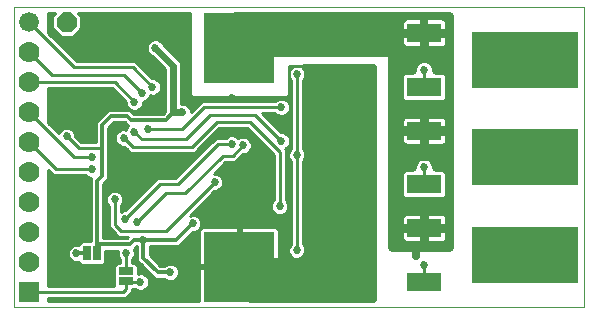
<source format=gbl>
G75*
G70*
%OFA0B0*%
%FSLAX24Y24*%
%IPPOS*%
%LPD*%
%AMOC8*
5,1,8,0,0,1.08239X$1,22.5*
%
%ADD10C,0.0000*%
%ADD11R,0.1330X0.1900*%
%ADD12R,0.1181X0.0630*%
%ADD13R,0.2250X0.1900*%
%ADD14R,0.2362X0.2362*%
%ADD15OC8,0.0660*%
%ADD16C,0.0660*%
%ADD17R,0.0500X0.0250*%
%ADD18R,0.0250X0.0500*%
%ADD19R,0.0660X0.0660*%
%ADD20C,0.0700*%
%ADD21C,0.1250*%
%ADD22C,0.0300*%
%ADD23C,0.0591*%
%ADD24C,0.1500*%
%ADD25C,0.0270*%
%ADD26C,0.0500*%
%ADD27C,0.0250*%
%ADD28C,0.0200*%
%ADD29C,0.0100*%
%ADD30OC8,0.0768*%
%ADD31C,0.0120*%
%ADD32C,0.0240*%
D10*
X000140Y000450D02*
X000140Y010450D01*
X019140Y010450D01*
X019140Y000450D01*
X000140Y000450D01*
X017674Y002200D02*
X017676Y002248D01*
X017682Y002296D01*
X017692Y002343D01*
X017705Y002389D01*
X017723Y002434D01*
X017743Y002478D01*
X017768Y002520D01*
X017796Y002559D01*
X017826Y002596D01*
X017860Y002630D01*
X017897Y002662D01*
X017935Y002691D01*
X017976Y002716D01*
X018019Y002738D01*
X018064Y002756D01*
X018110Y002770D01*
X018157Y002781D01*
X018205Y002788D01*
X018253Y002791D01*
X018301Y002790D01*
X018349Y002785D01*
X018397Y002776D01*
X018443Y002764D01*
X018488Y002747D01*
X018532Y002727D01*
X018574Y002704D01*
X018614Y002677D01*
X018652Y002647D01*
X018687Y002614D01*
X018719Y002578D01*
X018749Y002540D01*
X018775Y002499D01*
X018797Y002456D01*
X018817Y002412D01*
X018832Y002367D01*
X018844Y002320D01*
X018852Y002272D01*
X018856Y002224D01*
X018856Y002176D01*
X018852Y002128D01*
X018844Y002080D01*
X018832Y002033D01*
X018817Y001988D01*
X018797Y001944D01*
X018775Y001901D01*
X018749Y001860D01*
X018719Y001822D01*
X018687Y001786D01*
X018652Y001753D01*
X018614Y001723D01*
X018574Y001696D01*
X018532Y001673D01*
X018488Y001653D01*
X018443Y001636D01*
X018397Y001624D01*
X018349Y001615D01*
X018301Y001610D01*
X018253Y001609D01*
X018205Y001612D01*
X018157Y001619D01*
X018110Y001630D01*
X018064Y001644D01*
X018019Y001662D01*
X017976Y001684D01*
X017935Y001709D01*
X017897Y001738D01*
X017860Y001770D01*
X017826Y001804D01*
X017796Y001841D01*
X017768Y001880D01*
X017743Y001922D01*
X017723Y001966D01*
X017705Y002011D01*
X017692Y002057D01*
X017682Y002104D01*
X017676Y002152D01*
X017674Y002200D01*
X017674Y005450D02*
X017676Y005498D01*
X017682Y005546D01*
X017692Y005593D01*
X017705Y005639D01*
X017723Y005684D01*
X017743Y005728D01*
X017768Y005770D01*
X017796Y005809D01*
X017826Y005846D01*
X017860Y005880D01*
X017897Y005912D01*
X017935Y005941D01*
X017976Y005966D01*
X018019Y005988D01*
X018064Y006006D01*
X018110Y006020D01*
X018157Y006031D01*
X018205Y006038D01*
X018253Y006041D01*
X018301Y006040D01*
X018349Y006035D01*
X018397Y006026D01*
X018443Y006014D01*
X018488Y005997D01*
X018532Y005977D01*
X018574Y005954D01*
X018614Y005927D01*
X018652Y005897D01*
X018687Y005864D01*
X018719Y005828D01*
X018749Y005790D01*
X018775Y005749D01*
X018797Y005706D01*
X018817Y005662D01*
X018832Y005617D01*
X018844Y005570D01*
X018852Y005522D01*
X018856Y005474D01*
X018856Y005426D01*
X018852Y005378D01*
X018844Y005330D01*
X018832Y005283D01*
X018817Y005238D01*
X018797Y005194D01*
X018775Y005151D01*
X018749Y005110D01*
X018719Y005072D01*
X018687Y005036D01*
X018652Y005003D01*
X018614Y004973D01*
X018574Y004946D01*
X018532Y004923D01*
X018488Y004903D01*
X018443Y004886D01*
X018397Y004874D01*
X018349Y004865D01*
X018301Y004860D01*
X018253Y004859D01*
X018205Y004862D01*
X018157Y004869D01*
X018110Y004880D01*
X018064Y004894D01*
X018019Y004912D01*
X017976Y004934D01*
X017935Y004959D01*
X017897Y004988D01*
X017860Y005020D01*
X017826Y005054D01*
X017796Y005091D01*
X017768Y005130D01*
X017743Y005172D01*
X017723Y005216D01*
X017705Y005261D01*
X017692Y005307D01*
X017682Y005354D01*
X017676Y005402D01*
X017674Y005450D01*
X017674Y008700D02*
X017676Y008748D01*
X017682Y008796D01*
X017692Y008843D01*
X017705Y008889D01*
X017723Y008934D01*
X017743Y008978D01*
X017768Y009020D01*
X017796Y009059D01*
X017826Y009096D01*
X017860Y009130D01*
X017897Y009162D01*
X017935Y009191D01*
X017976Y009216D01*
X018019Y009238D01*
X018064Y009256D01*
X018110Y009270D01*
X018157Y009281D01*
X018205Y009288D01*
X018253Y009291D01*
X018301Y009290D01*
X018349Y009285D01*
X018397Y009276D01*
X018443Y009264D01*
X018488Y009247D01*
X018532Y009227D01*
X018574Y009204D01*
X018614Y009177D01*
X018652Y009147D01*
X018687Y009114D01*
X018719Y009078D01*
X018749Y009040D01*
X018775Y008999D01*
X018797Y008956D01*
X018817Y008912D01*
X018832Y008867D01*
X018844Y008820D01*
X018852Y008772D01*
X018856Y008724D01*
X018856Y008676D01*
X018852Y008628D01*
X018844Y008580D01*
X018832Y008533D01*
X018817Y008488D01*
X018797Y008444D01*
X018775Y008401D01*
X018749Y008360D01*
X018719Y008322D01*
X018687Y008286D01*
X018652Y008253D01*
X018614Y008223D01*
X018574Y008196D01*
X018532Y008173D01*
X018488Y008153D01*
X018443Y008136D01*
X018397Y008124D01*
X018349Y008115D01*
X018301Y008110D01*
X018253Y008109D01*
X018205Y008112D01*
X018157Y008119D01*
X018110Y008130D01*
X018064Y008144D01*
X018019Y008162D01*
X017976Y008184D01*
X017935Y008209D01*
X017897Y008238D01*
X017860Y008270D01*
X017826Y008304D01*
X017796Y008341D01*
X017768Y008380D01*
X017743Y008422D01*
X017723Y008466D01*
X017705Y008511D01*
X017692Y008557D01*
X017682Y008604D01*
X017676Y008652D01*
X017674Y008700D01*
D11*
X018265Y008700D03*
X018265Y005450D03*
X018265Y002200D03*
D12*
X013799Y001302D03*
X013799Y003098D03*
X013799Y004552D03*
X013799Y006348D03*
X013799Y007802D03*
X013799Y009598D03*
D13*
X016515Y008700D03*
X016515Y005450D03*
X016515Y002200D03*
D14*
X007640Y001800D03*
X007640Y009100D03*
D15*
X008490Y009950D03*
X001890Y009950D03*
D16*
X000640Y009950D03*
X008490Y000950D03*
D17*
X003868Y001338D03*
X003868Y001662D03*
D18*
X002902Y002250D03*
X002578Y002250D03*
D19*
X000640Y000950D03*
D20*
X000640Y001950D03*
X000640Y002950D03*
X000640Y003950D03*
X000640Y004950D03*
X000640Y005950D03*
X000640Y006950D03*
X000640Y007950D03*
X000640Y008950D03*
D21*
X011490Y007550D02*
X011490Y001250D01*
X016515Y002200D02*
X018265Y002200D01*
X018265Y005450D02*
X016515Y005450D01*
X016515Y008700D02*
X018265Y008700D01*
D22*
X014640Y008808D02*
X012740Y008808D01*
X012740Y009107D02*
X013032Y009107D01*
X013015Y009123D02*
X013050Y009088D01*
X013090Y009061D01*
X013136Y009042D01*
X013184Y009033D01*
X013792Y009033D01*
X013792Y009590D01*
X013807Y009590D01*
X013807Y009033D01*
X014415Y009033D01*
X014463Y009042D01*
X014508Y009061D01*
X014549Y009088D01*
X014584Y009123D01*
X014612Y009164D01*
X014630Y009210D01*
X014640Y009258D01*
X014640Y009590D01*
X013807Y009590D01*
X013807Y009605D01*
X014640Y009605D01*
X014640Y009937D01*
X014630Y009986D01*
X014612Y010031D01*
X014584Y010072D01*
X014549Y010107D01*
X014508Y010134D01*
X014470Y010150D01*
X014640Y010150D01*
X014640Y002450D01*
X012740Y002450D01*
X012740Y010150D01*
X013129Y010150D01*
X013090Y010134D01*
X013050Y010107D01*
X013015Y010072D01*
X012987Y010031D01*
X012969Y009986D01*
X012959Y009937D01*
X012959Y009605D01*
X013792Y009605D01*
X013792Y009590D01*
X012959Y009590D01*
X012959Y009258D01*
X012969Y009210D01*
X012987Y009164D01*
X013015Y009123D01*
X012959Y009405D02*
X012740Y009405D01*
X012740Y009704D02*
X012959Y009704D01*
X012975Y010002D02*
X012740Y010002D01*
X013792Y009405D02*
X013807Y009405D01*
X013792Y009107D02*
X013807Y009107D01*
X013876Y008760D02*
X013723Y008760D01*
X013581Y008701D01*
X013473Y008593D01*
X013414Y008452D01*
X013414Y008367D01*
X013159Y008367D01*
X013067Y008329D01*
X012997Y008259D01*
X012959Y008167D01*
X012959Y007438D01*
X012997Y007346D01*
X013067Y007275D01*
X013159Y007237D01*
X014440Y007237D01*
X014532Y007275D01*
X014602Y007346D01*
X014640Y007438D01*
X014640Y008167D01*
X014602Y008259D01*
X014532Y008329D01*
X014440Y008367D01*
X014184Y008367D01*
X014184Y008452D01*
X014126Y008593D01*
X014018Y008701D01*
X013876Y008760D01*
X014160Y008510D02*
X014640Y008510D01*
X014622Y008211D02*
X014640Y008211D01*
X014640Y007913D02*
X014640Y007913D01*
X014640Y007614D02*
X014640Y007614D01*
X014640Y007316D02*
X014572Y007316D01*
X014640Y007017D02*
X012740Y007017D01*
X013015Y006822D02*
X012987Y006781D01*
X012969Y006736D01*
X012959Y006687D01*
X012959Y006355D01*
X013792Y006355D01*
X013792Y006340D01*
X013807Y006340D01*
X013807Y005783D01*
X014415Y005783D01*
X014463Y005792D01*
X014508Y005811D01*
X014549Y005838D01*
X014584Y005873D01*
X014612Y005914D01*
X014630Y005960D01*
X014640Y006008D01*
X014640Y006340D01*
X013807Y006340D01*
X013807Y006355D01*
X014640Y006355D01*
X014640Y006687D01*
X014630Y006736D01*
X014612Y006781D01*
X014584Y006822D01*
X014549Y006857D01*
X014508Y006884D01*
X014463Y006903D01*
X014415Y006913D01*
X013807Y006913D01*
X013807Y006355D01*
X013792Y006355D01*
X013792Y006913D01*
X013184Y006913D01*
X013136Y006903D01*
X013090Y006884D01*
X013050Y006857D01*
X013015Y006822D01*
X012965Y006719D02*
X012740Y006719D01*
X012740Y006420D02*
X012959Y006420D01*
X012959Y006340D02*
X012959Y006008D01*
X012969Y005960D01*
X012987Y005914D01*
X013015Y005873D01*
X013050Y005838D01*
X013090Y005811D01*
X013136Y005792D01*
X013184Y005783D01*
X013792Y005783D01*
X013792Y006340D01*
X012959Y006340D01*
X012959Y006122D02*
X012740Y006122D01*
X012740Y005823D02*
X013073Y005823D01*
X012740Y005525D02*
X014640Y005525D01*
X014126Y005343D02*
X014018Y005451D01*
X013876Y005510D01*
X013723Y005510D01*
X013581Y005451D01*
X013473Y005343D01*
X013414Y005202D01*
X013414Y005117D01*
X013159Y005117D01*
X013067Y005079D01*
X012997Y005009D01*
X012959Y004917D01*
X012959Y004188D01*
X012997Y004096D01*
X013067Y004025D01*
X013159Y003987D01*
X014440Y003987D01*
X014532Y004025D01*
X014602Y004096D01*
X014640Y004188D01*
X014640Y004917D01*
X014602Y005009D01*
X014532Y005079D01*
X014440Y005117D01*
X014184Y005117D01*
X014184Y005202D01*
X014126Y005343D01*
X014174Y005226D02*
X014640Y005226D01*
X014636Y004928D02*
X014640Y004928D01*
X014640Y004629D02*
X014640Y004629D01*
X014640Y004331D02*
X014640Y004331D01*
X014640Y004032D02*
X014538Y004032D01*
X014640Y003734D02*
X012740Y003734D01*
X013015Y003572D02*
X012987Y003531D01*
X012969Y003486D01*
X012959Y003437D01*
X012959Y003105D01*
X013792Y003105D01*
X013792Y003090D01*
X013807Y003090D01*
X013807Y002533D01*
X014415Y002533D01*
X014463Y002542D01*
X014508Y002561D01*
X014549Y002588D01*
X014584Y002623D01*
X014612Y002664D01*
X014630Y002710D01*
X014640Y002758D01*
X014640Y003090D01*
X013807Y003090D01*
X013807Y003105D01*
X014640Y003105D01*
X014640Y003437D01*
X014630Y003486D01*
X014612Y003531D01*
X014584Y003572D01*
X014549Y003607D01*
X014508Y003634D01*
X014463Y003653D01*
X014415Y003663D01*
X013807Y003663D01*
X013807Y003105D01*
X013792Y003105D01*
X013792Y003663D01*
X013184Y003663D01*
X013136Y003653D01*
X013090Y003634D01*
X013050Y003607D01*
X013015Y003572D01*
X012959Y003435D02*
X012740Y003435D01*
X012740Y003137D02*
X012959Y003137D01*
X012959Y003090D02*
X012959Y002758D01*
X012969Y002710D01*
X012987Y002664D01*
X013015Y002623D01*
X013050Y002588D01*
X013090Y002561D01*
X013136Y002542D01*
X013184Y002533D01*
X013792Y002533D01*
X013792Y003090D01*
X012959Y003090D01*
X012959Y002838D02*
X012740Y002838D01*
X012740Y002540D02*
X013150Y002540D01*
X013792Y002540D02*
X013807Y002540D01*
X013792Y002838D02*
X013807Y002838D01*
X013792Y003137D02*
X013807Y003137D01*
X013792Y003435D02*
X013807Y003435D01*
X014640Y003435D02*
X014640Y003435D01*
X014640Y003137D02*
X014640Y003137D01*
X014640Y002838D02*
X014640Y002838D01*
X014640Y002540D02*
X014449Y002540D01*
X013061Y004032D02*
X012740Y004032D01*
X012740Y004331D02*
X012959Y004331D01*
X012959Y004629D02*
X012740Y004629D01*
X012740Y004928D02*
X012963Y004928D01*
X012740Y005226D02*
X013425Y005226D01*
X013792Y005823D02*
X013807Y005823D01*
X013792Y006122D02*
X013807Y006122D01*
X013792Y006420D02*
X013807Y006420D01*
X013792Y006719D02*
X013807Y006719D01*
X014634Y006719D02*
X014640Y006719D01*
X014640Y006420D02*
X014640Y006420D01*
X014640Y006122D02*
X014640Y006122D01*
X014640Y005823D02*
X014526Y005823D01*
X013027Y007316D02*
X012740Y007316D01*
X012740Y007614D02*
X012959Y007614D01*
X012959Y007913D02*
X012740Y007913D01*
X012740Y008211D02*
X012977Y008211D01*
X012740Y008510D02*
X013438Y008510D01*
X014567Y009107D02*
X014640Y009107D01*
X014640Y009405D02*
X014640Y009405D01*
X014640Y009704D02*
X014640Y009704D01*
X014624Y010002D02*
X014640Y010002D01*
D23*
X008490Y008250D03*
X006790Y008250D03*
X006790Y009950D03*
X006790Y002650D03*
X008490Y002650D03*
X006790Y000950D03*
D24*
X008090Y001350D02*
X011340Y001350D01*
X012240Y009550D02*
X007590Y009550D01*
D25*
X009565Y008225D03*
X009040Y007125D03*
X010165Y006700D03*
X009040Y006000D03*
X009565Y005525D03*
X007765Y005850D03*
X007390Y005900D03*
X007390Y006325D03*
X005740Y006950D03*
X004840Y007000D03*
X004140Y007300D03*
X004390Y007600D03*
X004740Y007800D03*
X004790Y008250D03*
X004840Y009100D03*
X007390Y007425D03*
X004590Y006400D03*
X004140Y006300D03*
X003790Y006100D03*
X003790Y006500D03*
X003640Y007350D03*
X002240Y006800D03*
X001890Y006150D03*
X002740Y005450D03*
X002740Y005050D03*
X002465Y004050D03*
X003490Y004050D03*
X003790Y003800D03*
X003840Y003400D03*
X004240Y003300D03*
X004440Y002700D03*
X003868Y002250D03*
X003240Y002850D03*
X002590Y002800D03*
X002212Y002250D03*
X003140Y001300D03*
X004340Y001300D03*
X005340Y001624D03*
X005240Y002000D03*
X005340Y000750D03*
X009565Y002350D03*
X009890Y001025D03*
X013540Y002150D03*
X013799Y001850D03*
X009890Y004275D03*
X008990Y003825D03*
X008640Y004425D03*
X006815Y004627D03*
X004990Y004850D03*
X006090Y003250D03*
X013565Y005425D03*
X013799Y005125D03*
X013799Y008375D03*
X013565Y008675D03*
D26*
X012815Y009050D02*
X012815Y010050D01*
X012065Y010050D01*
X012240Y009550D02*
X012240Y009050D01*
X012815Y009050D01*
D27*
X013799Y009598D02*
X013799Y010175D01*
X013090Y010175D01*
X013799Y010175D02*
X014640Y010175D01*
X013799Y003098D02*
X013790Y003098D01*
X013790Y002525D01*
X013540Y002525D01*
X013540Y002150D01*
D28*
X012140Y002237D02*
X009881Y002237D01*
X009900Y002283D02*
X009849Y002160D01*
X009755Y002066D01*
X009632Y002015D01*
X009515Y002015D01*
X009515Y000700D01*
X012140Y000700D01*
X012140Y008450D01*
X009814Y008450D01*
X009849Y008415D01*
X009900Y008292D01*
X009900Y008158D01*
X009849Y008035D01*
X009815Y008001D01*
X009815Y005749D01*
X009849Y005715D01*
X009900Y005592D01*
X009900Y005458D01*
X009849Y005335D01*
X009815Y005301D01*
X009815Y002574D01*
X009849Y002540D01*
X009900Y002417D01*
X009900Y002283D01*
X009892Y002435D02*
X012140Y002435D01*
X012140Y002634D02*
X009815Y002634D01*
X009815Y002832D02*
X012140Y002832D01*
X012140Y003031D02*
X009815Y003031D01*
X009815Y003229D02*
X012140Y003229D01*
X012140Y003428D02*
X009815Y003428D01*
X009815Y003626D02*
X012140Y003626D01*
X012140Y003825D02*
X009815Y003825D01*
X009815Y004023D02*
X012140Y004023D01*
X012140Y004222D02*
X009815Y004222D01*
X009815Y004420D02*
X012140Y004420D01*
X012140Y004619D02*
X009815Y004619D01*
X009815Y004817D02*
X012140Y004817D01*
X012140Y005016D02*
X009815Y005016D01*
X009815Y005214D02*
X012140Y005214D01*
X012140Y005413D02*
X009881Y005413D01*
X009892Y005611D02*
X012140Y005611D01*
X012140Y005810D02*
X009815Y005810D01*
X009815Y006008D02*
X012140Y006008D01*
X012140Y006207D02*
X009815Y006207D01*
X009815Y006405D02*
X012140Y006405D01*
X012140Y006604D02*
X009815Y006604D01*
X009815Y006802D02*
X012140Y006802D01*
X012140Y007001D02*
X009815Y007001D01*
X009815Y007199D02*
X012140Y007199D01*
X012140Y007398D02*
X009815Y007398D01*
X009815Y007596D02*
X012140Y007596D01*
X012140Y007795D02*
X009815Y007795D01*
X009815Y007993D02*
X012140Y007993D01*
X012140Y008192D02*
X009900Y008192D01*
X009859Y008390D02*
X012140Y008390D01*
X012140Y002038D02*
X009687Y002038D01*
X009515Y001840D02*
X012140Y001840D01*
X012140Y001641D02*
X009515Y001641D01*
X009515Y001443D02*
X012140Y001443D01*
X012140Y001244D02*
X009515Y001244D01*
X009515Y001046D02*
X012140Y001046D01*
X012140Y000847D02*
X009515Y000847D01*
D29*
X009515Y000844D02*
X008971Y000844D01*
X008971Y000746D02*
X009515Y000746D01*
X009515Y000650D02*
X008971Y000650D01*
X008971Y001750D01*
X007690Y001750D01*
X007690Y001850D01*
X007590Y001850D01*
X007590Y003131D01*
X006439Y003131D01*
X006401Y003121D01*
X006367Y003101D01*
X006339Y003073D01*
X006319Y003039D01*
X006309Y003001D01*
X006309Y001850D01*
X007590Y001850D01*
X007590Y001750D01*
X006309Y001750D01*
X006309Y000650D01*
X001265Y000650D01*
X001265Y000750D01*
X003849Y000750D01*
X003951Y000852D01*
X004068Y000969D01*
X004068Y001063D01*
X004174Y001063D01*
X004179Y001058D01*
X004283Y001015D01*
X004397Y001015D01*
X004501Y001058D01*
X004582Y001139D01*
X004582Y001140D02*
X006309Y001140D01*
X006309Y001238D02*
X004623Y001238D01*
X004625Y001243D02*
X004625Y001357D01*
X004582Y001461D01*
X004501Y001542D01*
X004397Y001585D01*
X004283Y001585D01*
X004268Y001579D01*
X004268Y001849D01*
X004180Y001937D01*
X004068Y001937D01*
X004068Y002047D01*
X004110Y002089D01*
X004153Y002193D01*
X004153Y002307D01*
X004121Y002384D01*
X004227Y002490D01*
X004230Y002490D01*
X004230Y002013D01*
X004353Y001890D01*
X004829Y001414D01*
X005147Y001414D01*
X005179Y001382D01*
X005283Y001339D01*
X005397Y001339D01*
X005501Y001382D01*
X005582Y001463D01*
X005625Y001567D01*
X005625Y001681D01*
X005582Y001785D01*
X005501Y001866D01*
X005397Y001909D01*
X005283Y001909D01*
X005179Y001866D01*
X005147Y001834D01*
X005003Y001834D01*
X004650Y002187D01*
X004650Y002490D01*
X005627Y002490D01*
X006102Y002965D01*
X006147Y002965D01*
X006251Y003008D01*
X006332Y003089D01*
X006375Y003193D01*
X006375Y003307D01*
X006332Y003411D01*
X006251Y003492D01*
X006147Y003535D01*
X006033Y003535D01*
X005987Y003516D01*
X006813Y004342D01*
X006872Y004342D01*
X006976Y004385D01*
X007057Y004465D01*
X007100Y004570D01*
X007100Y004683D01*
X007057Y004788D01*
X006976Y004868D01*
X006872Y004912D01*
X006784Y004912D01*
X007173Y005300D01*
X007498Y005300D01*
X007763Y005565D01*
X007822Y005565D01*
X007926Y005608D01*
X008007Y005689D01*
X008050Y005793D01*
X008050Y005907D01*
X008007Y006011D01*
X007926Y006092D01*
X007822Y006135D01*
X007708Y006135D01*
X007604Y006092D01*
X007602Y006091D01*
X007551Y006142D01*
X007447Y006185D01*
X007333Y006185D01*
X007229Y006142D01*
X007187Y006100D01*
X006857Y006100D01*
X005507Y004750D01*
X004907Y004750D01*
X003842Y003685D01*
X003783Y003685D01*
X003690Y003646D01*
X003690Y003847D01*
X003732Y003889D01*
X003775Y003993D01*
X003775Y004107D01*
X003732Y004211D01*
X003651Y004292D01*
X003547Y004335D01*
X003433Y004335D01*
X003329Y004292D01*
X003248Y004211D01*
X003205Y004107D01*
X003205Y003993D01*
X003248Y003889D01*
X003290Y003847D01*
X003290Y003123D01*
X003496Y002917D01*
X003613Y002800D01*
X003943Y002800D01*
X003930Y002787D01*
X003903Y002760D01*
X003112Y002760D01*
X003112Y004575D01*
X003275Y004738D01*
X003275Y006438D01*
X003455Y006618D01*
X003825Y006618D01*
X003940Y006503D01*
X003898Y006461D01*
X003864Y006378D01*
X003847Y006385D01*
X003733Y006385D01*
X003629Y006342D01*
X003548Y006261D01*
X003505Y006157D01*
X003505Y006043D01*
X003548Y005939D01*
X003629Y005858D01*
X003733Y005815D01*
X003792Y005815D01*
X003890Y005717D01*
X004007Y005600D01*
X006152Y005600D01*
X006269Y005717D01*
X006978Y006426D01*
X007906Y006426D01*
X008790Y005542D01*
X008790Y004028D01*
X008748Y003986D01*
X008705Y003882D01*
X008705Y003768D01*
X008748Y003664D01*
X008829Y003583D01*
X008933Y003540D01*
X009047Y003540D01*
X009151Y003583D01*
X009232Y003664D01*
X009275Y003768D01*
X009275Y003882D01*
X009232Y003986D01*
X009190Y004028D01*
X009190Y005708D01*
X009158Y005740D01*
X009201Y005758D01*
X009282Y005839D01*
X009325Y005943D01*
X009325Y006057D01*
X009282Y006161D01*
X009201Y006242D01*
X009097Y006285D01*
X009038Y006285D01*
X008398Y006925D01*
X008837Y006925D01*
X008879Y006883D01*
X008983Y006840D01*
X009097Y006840D01*
X009201Y006883D01*
X009282Y006964D01*
X009325Y007068D01*
X009325Y007182D01*
X009282Y007286D01*
X009201Y007367D01*
X009097Y007410D01*
X008983Y007410D01*
X008879Y007367D01*
X008837Y007325D01*
X006382Y007325D01*
X006265Y007208D01*
X006025Y006968D01*
X006025Y007007D01*
X005982Y007111D01*
X005901Y007192D01*
X005797Y007235D01*
X005710Y007235D01*
X005710Y008554D01*
X005669Y008653D01*
X005097Y009225D01*
X005082Y009261D01*
X005001Y009342D01*
X004897Y009385D01*
X004783Y009385D01*
X004679Y009342D01*
X004598Y009261D01*
X004555Y009157D01*
X004555Y009043D01*
X004598Y008939D01*
X004679Y008858D01*
X004715Y008843D01*
X005170Y008388D01*
X005170Y006977D01*
X005103Y006910D01*
X004127Y006910D01*
X004001Y007036D01*
X003999Y007038D01*
X003455Y007038D01*
X003281Y007038D01*
X002978Y006735D01*
X002855Y006612D01*
X002855Y005950D01*
X002373Y005950D01*
X002175Y006148D01*
X002175Y006207D01*
X002132Y006311D01*
X002051Y006392D01*
X001947Y006435D01*
X001833Y006435D01*
X001729Y006392D01*
X001648Y006311D01*
X001623Y006250D01*
X001265Y006608D01*
X001265Y007750D01*
X003407Y007750D01*
X003855Y007302D01*
X003855Y007243D01*
X003898Y007139D01*
X003979Y007058D01*
X004083Y007015D01*
X004197Y007015D01*
X004301Y007058D01*
X004382Y007139D01*
X004425Y007243D01*
X004425Y007315D01*
X004447Y007315D01*
X004551Y007358D01*
X004632Y007439D01*
X004666Y007522D01*
X004683Y007515D01*
X004797Y007515D01*
X004901Y007558D01*
X004982Y007639D01*
X005025Y007743D01*
X005025Y007857D01*
X004982Y007961D01*
X004901Y008042D01*
X004797Y008085D01*
X004738Y008085D01*
X004290Y008533D01*
X004173Y008650D01*
X002223Y008650D01*
X001265Y009608D01*
X001265Y010250D01*
X001511Y010250D01*
X001410Y010149D01*
X001410Y009751D01*
X001691Y009470D01*
X002089Y009470D01*
X002370Y009751D01*
X002370Y010149D01*
X002269Y010250D01*
X005990Y010250D01*
X005990Y007538D01*
X006078Y007450D01*
X009202Y007450D01*
X009290Y007538D01*
X009290Y008144D01*
X009323Y008064D01*
X009365Y008022D01*
X009365Y005728D01*
X009323Y005686D01*
X009280Y005582D01*
X009280Y005468D01*
X009323Y005364D01*
X009365Y005322D01*
X009365Y002553D01*
X009323Y002511D01*
X009280Y002407D01*
X009280Y002293D01*
X009323Y002189D01*
X009404Y002108D01*
X009508Y002065D01*
X009515Y002065D01*
X009515Y000650D01*
X009515Y000943D02*
X008971Y000943D01*
X008971Y001041D02*
X009515Y001041D01*
X009515Y001140D02*
X008971Y001140D01*
X008971Y001238D02*
X009515Y001238D01*
X009515Y001337D02*
X008971Y001337D01*
X008971Y001435D02*
X009515Y001435D01*
X009515Y001534D02*
X008971Y001534D01*
X008971Y001632D02*
X009515Y001632D01*
X009515Y001731D02*
X008971Y001731D01*
X008971Y001850D02*
X008971Y003001D01*
X008961Y003039D01*
X008941Y003073D01*
X008913Y003101D01*
X008879Y003121D01*
X008841Y003131D01*
X007690Y003131D01*
X007690Y001850D01*
X008971Y001850D01*
X008971Y001928D02*
X009515Y001928D01*
X009515Y002026D02*
X008971Y002026D01*
X008971Y002125D02*
X009387Y002125D01*
X009309Y002223D02*
X008971Y002223D01*
X008971Y002322D02*
X009280Y002322D01*
X009286Y002420D02*
X008971Y002420D01*
X008971Y002519D02*
X009330Y002519D01*
X009365Y002617D02*
X008971Y002617D01*
X008971Y002716D02*
X009365Y002716D01*
X009365Y002814D02*
X008971Y002814D01*
X008971Y002913D02*
X009365Y002913D01*
X009365Y003011D02*
X008968Y003011D01*
X008899Y003110D02*
X009365Y003110D01*
X009365Y003208D02*
X006375Y003208D01*
X006375Y003307D02*
X009365Y003307D01*
X009365Y003405D02*
X006334Y003405D01*
X006223Y003504D02*
X009365Y003504D01*
X009365Y003602D02*
X009170Y003602D01*
X009247Y003701D02*
X009365Y003701D01*
X009365Y003799D02*
X009275Y003799D01*
X009268Y003898D02*
X009365Y003898D01*
X009365Y003996D02*
X009222Y003996D01*
X009190Y004095D02*
X009365Y004095D01*
X009365Y004193D02*
X009190Y004193D01*
X009190Y004292D02*
X009365Y004292D01*
X009365Y004390D02*
X009190Y004390D01*
X009190Y004489D02*
X009365Y004489D01*
X009365Y004587D02*
X009190Y004587D01*
X009190Y004686D02*
X009365Y004686D01*
X009365Y004784D02*
X009190Y004784D01*
X009190Y004883D02*
X009365Y004883D01*
X009365Y004981D02*
X009190Y004981D01*
X009190Y005080D02*
X009365Y005080D01*
X009365Y005178D02*
X009190Y005178D01*
X009190Y005277D02*
X009365Y005277D01*
X009319Y005375D02*
X009190Y005375D01*
X009190Y005474D02*
X009280Y005474D01*
X009280Y005572D02*
X009190Y005572D01*
X009190Y005671D02*
X009317Y005671D01*
X009365Y005769D02*
X009212Y005769D01*
X009294Y005868D02*
X009365Y005868D01*
X009365Y005966D02*
X009325Y005966D01*
X009322Y006065D02*
X009365Y006065D01*
X009365Y006163D02*
X009280Y006163D01*
X009365Y006262D02*
X009153Y006262D01*
X008963Y006360D02*
X009365Y006360D01*
X009365Y006459D02*
X008864Y006459D01*
X008766Y006557D02*
X009365Y006557D01*
X009365Y006656D02*
X008667Y006656D01*
X008569Y006754D02*
X009365Y006754D01*
X009365Y006853D02*
X009127Y006853D01*
X009269Y006951D02*
X009365Y006951D01*
X009365Y007050D02*
X009317Y007050D01*
X009325Y007148D02*
X009365Y007148D01*
X009365Y007247D02*
X009298Y007247D01*
X009365Y007345D02*
X009223Y007345D01*
X009365Y007444D02*
X005710Y007444D01*
X005710Y007542D02*
X005990Y007542D01*
X005990Y007641D02*
X005710Y007641D01*
X005710Y007739D02*
X005990Y007739D01*
X005990Y007838D02*
X005710Y007838D01*
X005710Y007936D02*
X005990Y007936D01*
X005990Y008035D02*
X005710Y008035D01*
X005710Y008133D02*
X005990Y008133D01*
X005990Y008232D02*
X005710Y008232D01*
X005710Y008330D02*
X005990Y008330D01*
X005990Y008429D02*
X005710Y008429D01*
X005710Y008527D02*
X005990Y008527D01*
X005990Y008626D02*
X005680Y008626D01*
X005598Y008724D02*
X005990Y008724D01*
X005990Y008823D02*
X005499Y008823D01*
X005401Y008921D02*
X005990Y008921D01*
X005990Y009020D02*
X005302Y009020D01*
X005204Y009118D02*
X005990Y009118D01*
X005990Y009217D02*
X005105Y009217D01*
X005028Y009315D02*
X005990Y009315D01*
X005990Y009414D02*
X001459Y009414D01*
X001361Y009512D02*
X001649Y009512D01*
X001551Y009611D02*
X001265Y009611D01*
X001265Y009709D02*
X001452Y009709D01*
X001410Y009808D02*
X001265Y009808D01*
X001265Y009906D02*
X001410Y009906D01*
X001410Y010005D02*
X001265Y010005D01*
X001265Y010103D02*
X001410Y010103D01*
X001463Y010202D02*
X001265Y010202D01*
X000640Y009950D02*
X002140Y008450D01*
X004090Y008450D01*
X004740Y007800D01*
X004862Y007542D02*
X005170Y007542D01*
X005170Y007444D02*
X004634Y007444D01*
X004519Y007345D02*
X005170Y007345D01*
X005170Y007247D02*
X004425Y007247D01*
X004386Y007148D02*
X005170Y007148D01*
X005170Y007050D02*
X004280Y007050D01*
X004086Y006951D02*
X005144Y006951D01*
X005710Y007247D02*
X006304Y007247D01*
X006205Y007148D02*
X005945Y007148D01*
X006007Y007050D02*
X006107Y007050D01*
X006465Y007125D02*
X009040Y007125D01*
X008857Y007345D02*
X005710Y007345D01*
X005170Y007641D02*
X004982Y007641D01*
X005023Y007739D02*
X005170Y007739D01*
X005170Y007838D02*
X005025Y007838D01*
X004992Y007936D02*
X005170Y007936D01*
X005170Y008035D02*
X004909Y008035D01*
X004690Y008133D02*
X005170Y008133D01*
X005170Y008232D02*
X004591Y008232D01*
X004493Y008330D02*
X005170Y008330D01*
X005130Y008429D02*
X004394Y008429D01*
X004296Y008527D02*
X005031Y008527D01*
X004933Y008626D02*
X004197Y008626D01*
X004736Y008823D02*
X002050Y008823D01*
X001952Y008921D02*
X004616Y008921D01*
X004565Y009020D02*
X001853Y009020D01*
X001755Y009118D02*
X004555Y009118D01*
X004580Y009217D02*
X001656Y009217D01*
X001558Y009315D02*
X004652Y009315D01*
X004834Y008724D02*
X002149Y008724D01*
X001390Y008200D02*
X000640Y008950D01*
X001390Y008200D02*
X003790Y008200D01*
X004390Y007600D01*
X004140Y007300D02*
X003490Y007950D01*
X000640Y007950D01*
X001265Y007739D02*
X003418Y007739D01*
X003517Y007641D02*
X001265Y007641D01*
X001265Y007542D02*
X003615Y007542D01*
X003714Y007444D02*
X001265Y007444D01*
X001265Y007345D02*
X003812Y007345D01*
X003855Y007247D02*
X001265Y007247D01*
X001265Y007148D02*
X003894Y007148D01*
X004000Y007050D02*
X001265Y007050D01*
X001265Y006951D02*
X003194Y006951D01*
X003096Y006853D02*
X001265Y006853D01*
X001265Y006754D02*
X002997Y006754D01*
X002899Y006656D02*
X001265Y006656D01*
X001316Y006557D02*
X002855Y006557D01*
X002855Y006459D02*
X001414Y006459D01*
X001513Y006360D02*
X001697Y006360D01*
X001628Y006262D02*
X001611Y006262D01*
X001890Y006150D02*
X002290Y005750D01*
X003065Y005750D01*
X003275Y005769D02*
X003838Y005769D01*
X003890Y005717D02*
X003890Y005717D01*
X003937Y005671D02*
X003275Y005671D01*
X003275Y005572D02*
X006329Y005572D01*
X006231Y005474D02*
X003275Y005474D01*
X003275Y005375D02*
X006132Y005375D01*
X006034Y005277D02*
X003275Y005277D01*
X003275Y005178D02*
X005935Y005178D01*
X005837Y005080D02*
X003275Y005080D01*
X003275Y004981D02*
X005738Y004981D01*
X005640Y004883D02*
X003275Y004883D01*
X003275Y004784D02*
X005541Y004784D01*
X005590Y004550D02*
X004990Y004550D01*
X003840Y003400D01*
X003490Y003206D02*
X003696Y003000D01*
X005188Y003000D01*
X006815Y004627D01*
X007100Y004587D02*
X008790Y004587D01*
X008790Y004489D02*
X007066Y004489D01*
X006981Y004390D02*
X008790Y004390D01*
X008790Y004292D02*
X006763Y004292D01*
X006664Y004193D02*
X008790Y004193D01*
X008790Y004095D02*
X006566Y004095D01*
X006467Y003996D02*
X008758Y003996D01*
X008712Y003898D02*
X006369Y003898D01*
X006270Y003799D02*
X008705Y003799D01*
X008733Y003701D02*
X006172Y003701D01*
X006073Y003602D02*
X008810Y003602D01*
X008990Y003825D02*
X008990Y005625D01*
X007989Y006626D01*
X006895Y006626D01*
X006069Y005800D01*
X004090Y005800D01*
X003790Y006100D01*
X003537Y005966D02*
X003275Y005966D01*
X003275Y005868D02*
X003619Y005868D01*
X003505Y006065D02*
X003275Y006065D01*
X003275Y006163D02*
X003508Y006163D01*
X003548Y006262D02*
X003275Y006262D01*
X003275Y006360D02*
X003673Y006360D01*
X003897Y006459D02*
X003296Y006459D01*
X003394Y006557D02*
X003886Y006557D01*
X004140Y006300D02*
X004390Y006050D01*
X005852Y006050D01*
X006664Y006863D01*
X008177Y006863D01*
X009040Y006000D01*
X008563Y005769D02*
X008040Y005769D01*
X008050Y005868D02*
X008465Y005868D01*
X008366Y005966D02*
X008025Y005966D01*
X007954Y006065D02*
X008268Y006065D01*
X008169Y006163D02*
X007500Y006163D01*
X007280Y006163D02*
X006715Y006163D01*
X006813Y006262D02*
X008071Y006262D01*
X007972Y006360D02*
X006912Y006360D01*
X006822Y006065D02*
X006616Y006065D01*
X006518Y005966D02*
X006723Y005966D01*
X006625Y005868D02*
X006419Y005868D01*
X006321Y005769D02*
X006526Y005769D01*
X006428Y005671D02*
X006222Y005671D01*
X006940Y005900D02*
X007390Y005900D01*
X007765Y005850D02*
X007415Y005500D01*
X007090Y005500D01*
X005840Y004250D01*
X005190Y004250D01*
X004240Y003300D01*
X003858Y003701D02*
X003690Y003701D01*
X003690Y003799D02*
X003956Y003799D01*
X004055Y003898D02*
X003735Y003898D01*
X003775Y003996D02*
X004153Y003996D01*
X004252Y004095D02*
X003775Y004095D01*
X003739Y004193D02*
X004350Y004193D01*
X004449Y004292D02*
X003652Y004292D01*
X003328Y004292D02*
X003112Y004292D01*
X003112Y004390D02*
X004547Y004390D01*
X004646Y004489D02*
X003112Y004489D01*
X003124Y004587D02*
X004744Y004587D01*
X004843Y004686D02*
X003222Y004686D01*
X002708Y004765D02*
X002692Y004749D01*
X002692Y002650D01*
X002391Y002650D01*
X002303Y002562D01*
X002303Y002521D01*
X002268Y002535D01*
X002155Y002535D01*
X002050Y002492D01*
X001970Y002411D01*
X001927Y002307D01*
X001927Y002193D01*
X001970Y002089D01*
X002050Y002008D01*
X002155Y001965D01*
X002268Y001965D01*
X002303Y001979D01*
X002303Y001938D01*
X002391Y001850D01*
X003089Y001850D01*
X003177Y001938D01*
X003177Y002340D01*
X003597Y002340D01*
X003583Y002307D01*
X003583Y002193D01*
X003627Y002089D01*
X003668Y002047D01*
X003668Y001937D01*
X003556Y001937D01*
X003468Y001849D01*
X003468Y001151D01*
X003469Y001150D01*
X001265Y001150D01*
X001265Y005042D01*
X001457Y004850D01*
X002537Y004850D01*
X002579Y004808D01*
X002683Y004765D01*
X002708Y004765D01*
X002637Y004784D02*
X001265Y004784D01*
X001265Y004686D02*
X002692Y004686D01*
X002692Y004587D02*
X001265Y004587D01*
X001265Y004489D02*
X002692Y004489D01*
X002692Y004390D02*
X001265Y004390D01*
X001265Y004292D02*
X002692Y004292D01*
X002692Y004193D02*
X001265Y004193D01*
X001265Y004095D02*
X002692Y004095D01*
X002692Y003996D02*
X001265Y003996D01*
X001265Y003898D02*
X002692Y003898D01*
X002692Y003799D02*
X001265Y003799D01*
X001265Y003701D02*
X002692Y003701D01*
X002692Y003602D02*
X001265Y003602D01*
X001265Y003504D02*
X002692Y003504D01*
X002692Y003405D02*
X001265Y003405D01*
X001265Y003307D02*
X002692Y003307D01*
X002692Y003208D02*
X001265Y003208D01*
X001265Y003110D02*
X002692Y003110D01*
X002692Y003011D02*
X001265Y003011D01*
X001265Y002913D02*
X002692Y002913D01*
X002692Y002814D02*
X001265Y002814D01*
X001265Y002716D02*
X002692Y002716D01*
X002358Y002617D02*
X001265Y002617D01*
X001265Y002519D02*
X002115Y002519D01*
X001979Y002420D02*
X001265Y002420D01*
X001265Y002322D02*
X001933Y002322D01*
X001927Y002223D02*
X001265Y002223D01*
X001265Y002125D02*
X001955Y002125D01*
X002033Y002026D02*
X001265Y002026D01*
X001265Y001928D02*
X002313Y001928D01*
X003167Y001928D02*
X003547Y001928D01*
X003468Y001829D02*
X001265Y001829D01*
X001265Y001731D02*
X003468Y001731D01*
X003468Y001632D02*
X001265Y001632D01*
X001265Y001534D02*
X003468Y001534D01*
X003468Y001435D02*
X001265Y001435D01*
X001265Y001337D02*
X003468Y001337D01*
X003468Y001238D02*
X001265Y001238D01*
X000640Y000950D02*
X003766Y000950D01*
X003868Y001052D01*
X003868Y001338D01*
X003868Y001300D01*
X004340Y001300D01*
X004593Y001435D02*
X004808Y001435D01*
X004710Y001534D02*
X004510Y001534D01*
X004611Y001632D02*
X004268Y001632D01*
X004268Y001731D02*
X004513Y001731D01*
X004414Y001829D02*
X004268Y001829D01*
X004316Y001928D02*
X004190Y001928D01*
X004230Y002026D02*
X004068Y002026D01*
X004125Y002125D02*
X004230Y002125D01*
X004230Y002223D02*
X004153Y002223D01*
X004147Y002322D02*
X004230Y002322D01*
X004230Y002420D02*
X004157Y002420D01*
X003868Y002250D02*
X003868Y001662D01*
X003668Y002026D02*
X003177Y002026D01*
X003177Y002125D02*
X003612Y002125D01*
X003583Y002223D02*
X003177Y002223D01*
X003177Y002322D02*
X003589Y002322D01*
X003599Y002814D02*
X003112Y002814D01*
X003112Y002913D02*
X003501Y002913D01*
X003402Y003011D02*
X003112Y003011D01*
X003112Y003110D02*
X003304Y003110D01*
X003290Y003208D02*
X003112Y003208D01*
X003112Y003307D02*
X003290Y003307D01*
X003290Y003405D02*
X003112Y003405D01*
X003112Y003504D02*
X003290Y003504D01*
X003290Y003602D02*
X003112Y003602D01*
X003112Y003701D02*
X003290Y003701D01*
X003290Y003799D02*
X003112Y003799D01*
X003112Y003898D02*
X003245Y003898D01*
X003205Y003996D02*
X003112Y003996D01*
X003112Y004095D02*
X003205Y004095D01*
X003241Y004193D02*
X003112Y004193D01*
X003490Y004050D02*
X003490Y003206D01*
X004650Y002420D02*
X006309Y002420D01*
X006309Y002322D02*
X004650Y002322D01*
X004650Y002223D02*
X006309Y002223D01*
X006309Y002125D02*
X004712Y002125D01*
X004811Y002026D02*
X006309Y002026D01*
X006309Y001928D02*
X004909Y001928D01*
X005538Y001829D02*
X007590Y001829D01*
X007590Y001928D02*
X007690Y001928D01*
X007690Y002026D02*
X007590Y002026D01*
X007590Y002125D02*
X007690Y002125D01*
X007690Y002223D02*
X007590Y002223D01*
X007590Y002322D02*
X007690Y002322D01*
X007690Y002420D02*
X007590Y002420D01*
X007590Y002519D02*
X007690Y002519D01*
X007690Y002617D02*
X007590Y002617D01*
X007590Y002716D02*
X007690Y002716D01*
X007690Y002814D02*
X007590Y002814D01*
X007590Y002913D02*
X007690Y002913D01*
X007690Y003011D02*
X007590Y003011D01*
X007590Y003110D02*
X007690Y003110D01*
X006381Y003110D02*
X006340Y003110D01*
X006312Y003011D02*
X006254Y003011D01*
X006309Y002913D02*
X006049Y002913D01*
X005951Y002814D02*
X006309Y002814D01*
X006309Y002716D02*
X005852Y002716D01*
X005754Y002617D02*
X006309Y002617D01*
X006309Y002519D02*
X005655Y002519D01*
X005604Y001731D02*
X006309Y001731D01*
X006309Y001632D02*
X005625Y001632D01*
X005611Y001534D02*
X006309Y001534D01*
X006309Y001435D02*
X005554Y001435D01*
X006309Y001337D02*
X004625Y001337D01*
X004625Y001243D02*
X004582Y001139D01*
X004459Y001041D02*
X006309Y001041D01*
X006309Y000943D02*
X004041Y000943D01*
X004068Y001041D02*
X004221Y001041D01*
X003943Y000844D02*
X006309Y000844D01*
X006309Y000746D02*
X001265Y000746D01*
X007690Y001829D02*
X009515Y001829D01*
X009565Y002350D02*
X009565Y005525D01*
X009565Y008225D01*
X009365Y008429D02*
X009290Y008429D01*
X009323Y008386D02*
X009290Y008306D01*
X009290Y008500D01*
X009290Y008050D01*
X009290Y008035D02*
X009352Y008035D01*
X009365Y007936D02*
X009290Y007936D01*
X009290Y007838D02*
X009365Y007838D01*
X009365Y007739D02*
X009290Y007739D01*
X009290Y007641D02*
X009365Y007641D01*
X009365Y007542D02*
X009290Y007542D01*
X009290Y008133D02*
X009295Y008133D01*
X009290Y008330D02*
X009300Y008330D01*
X009323Y008386D02*
X009404Y008467D01*
X009484Y008500D01*
X009290Y008500D01*
X009915Y008500D01*
X008953Y006853D02*
X008470Y006853D01*
X006940Y005900D02*
X005590Y004550D01*
X006854Y004981D02*
X008790Y004981D01*
X008790Y004883D02*
X006942Y004883D01*
X007058Y004784D02*
X008790Y004784D01*
X008790Y004686D02*
X007099Y004686D01*
X006952Y005080D02*
X008790Y005080D01*
X008790Y005178D02*
X007051Y005178D01*
X007149Y005277D02*
X008790Y005277D01*
X008790Y005375D02*
X007573Y005375D01*
X007671Y005474D02*
X008790Y005474D01*
X008760Y005572D02*
X007839Y005572D01*
X007989Y005671D02*
X008662Y005671D01*
X006465Y007125D02*
X005740Y006400D01*
X004590Y006400D01*
X002855Y006360D02*
X002083Y006360D01*
X002152Y006262D02*
X002855Y006262D01*
X002855Y006163D02*
X002175Y006163D01*
X002258Y006065D02*
X002855Y006065D01*
X002855Y005966D02*
X002357Y005966D01*
X002140Y005450D02*
X000640Y006950D01*
X000640Y005950D02*
X001540Y005050D01*
X002740Y005050D01*
X002740Y005450D02*
X002140Y005450D01*
X001326Y004981D02*
X001265Y004981D01*
X001265Y004883D02*
X001425Y004883D01*
X002131Y009512D02*
X005990Y009512D01*
X005990Y009611D02*
X002229Y009611D01*
X002328Y009709D02*
X005990Y009709D01*
X005990Y009808D02*
X002370Y009808D01*
X002370Y009906D02*
X005990Y009906D01*
X005990Y010005D02*
X002370Y010005D01*
X002370Y010103D02*
X005990Y010103D01*
X005990Y010202D02*
X002317Y010202D01*
X013799Y008375D02*
X013799Y007802D01*
X013799Y005125D02*
X013799Y004552D01*
X013799Y001850D02*
X013799Y001302D01*
D30*
X011840Y001000D03*
X011840Y004125D03*
X011840Y007375D03*
D31*
X005440Y006950D02*
X005190Y006700D01*
X004040Y006700D01*
X003912Y006828D01*
X003368Y006828D01*
X003065Y006525D01*
X003065Y005750D01*
X003065Y004825D01*
X002902Y004662D01*
X002902Y002550D01*
X003990Y002550D01*
X004140Y002700D01*
X004440Y002700D01*
X005540Y002700D01*
X006090Y003250D01*
X004440Y002700D02*
X004440Y002100D01*
X004916Y001624D01*
X005340Y001624D01*
X002902Y002250D02*
X002902Y002550D01*
X002578Y002250D02*
X002212Y002250D01*
D32*
X005440Y006950D02*
X005440Y008500D01*
X004840Y009100D01*
X005440Y006950D02*
X005740Y006950D01*
M02*

</source>
